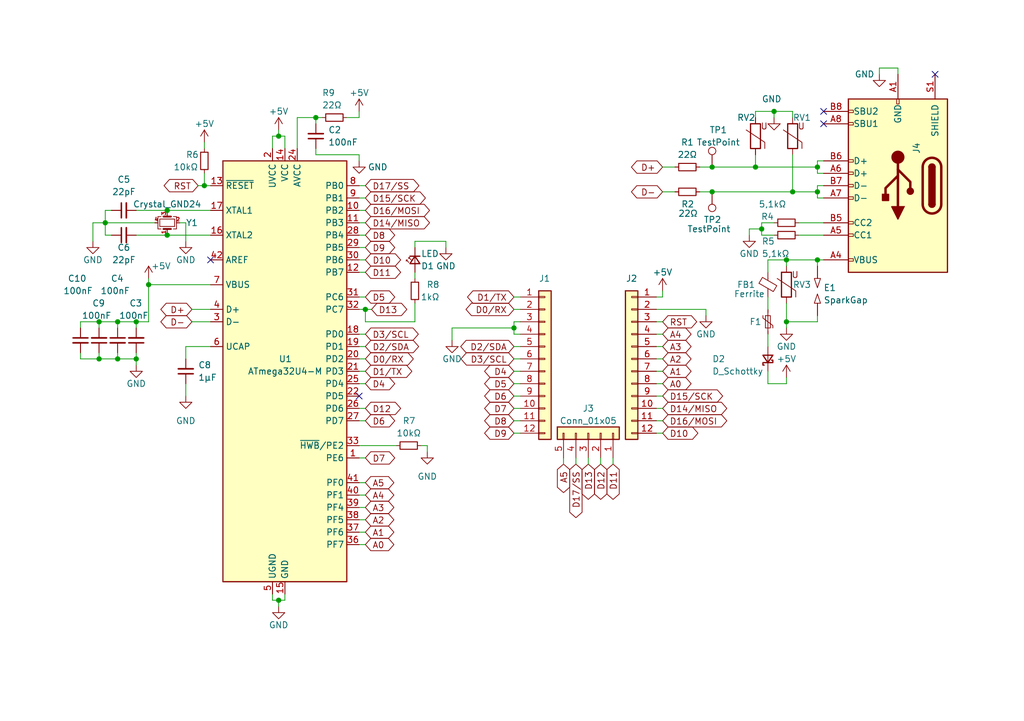
<source format=kicad_sch>
(kicad_sch (version 20230121) (generator eeschema)
  (paper "A5")
  (title_block (title "\"Epi\"") (date "2023-01-02") (rev "1,2,0") (company "Rasmus L."))
  (lib_symbols
    (symbol "Connector:TestPoint" (pin_numbers hide) (pin_names (offset 0.762) hide)
      (property "Reference" "TP" (at 0 6.858 0))
      (property "Value" "TestPoint" (at 0 5.08 0))
      (symbol "TestPoint_0_1"
        (circle (center 0 3.302) (radius 0.762))
      )
      (symbol "TestPoint_1_1"
        (pin passive line (at 0 0 90) (length 2.54) (name "1") (number "1"))
      )
    )
    (symbol "Connector:USB_C_Receptacle_USB2.0" (pin_names (offset 1.016))
      (property "Reference" "J" (at -10.16 19.05 0))
      (property "Value" "USB_C_Receptacle_USB2.0" (at 19.05 19.05 0))
      (symbol "USB_C_Receptacle_USB2.0_0_0"
        (rectangle (start -0.254 -17.78) (end 0.254 -16.764))
        (rectangle (start 10.16 -14.986) (end 9.144 -15.494))
        (rectangle (start 10.16 -12.446) (end 9.144 -12.954))
        (rectangle (start 10.16 -4.826) (end 9.144 -5.334))
        (rectangle (start 10.16 -2.286) (end 9.144 -2.794))
        (rectangle (start 10.16 0.254) (end 9.144 -0.254))
        (rectangle (start 10.16 2.794) (end 9.144 2.286))
        (rectangle (start 10.16 7.874) (end 9.144 7.366))
        (rectangle (start 10.16 10.414) (end 9.144 9.906))
        (rectangle (start 10.16 15.494) (end 9.144 14.986))
      )
      (symbol "USB_C_Receptacle_USB2.0_0_1"
        (rectangle (start -10.16 17.78) (end 10.16 -17.78) (stroke (width 0.254)) (fill (type background)))
        (arc (start -8.89 -3.81) (mid -6.985 -5.7067) (end -5.08 -3.81) (stroke (width 0.508)))
        (arc (start -7.62 -3.81) (mid -6.985 -4.4423) (end -6.35 -3.81) (stroke (width 0.254)))
        (arc (start -7.62 -3.81) (mid -6.985 -4.4423) (end -6.35 -3.81) (stroke (width 0.254)) (fill (type outline)))
        (rectangle (start -7.62 -3.81) (end -6.35 3.81) (stroke (width 0.254)) (fill (type outline)))
        (arc (start -6.35 3.81) (mid -6.985 4.4423) (end -7.62 3.81) (stroke (width 0.254)))
        (arc (start -6.35 3.81) (mid -6.985 4.4423) (end -7.62 3.81) (stroke (width 0.254)) (fill (type outline)))
        (arc (start -5.08 3.81) (mid -6.985 5.7067) (end -8.89 3.81) (stroke (width 0.508)))
        (circle (center -2.54 1.143) (radius 0.635) (stroke (width 0.254)) (fill (type outline)))
        (circle (center 0 -5.842) (radius 1.27) (fill (type outline)))
        (polyline (pts (xy -8.89 -3.81) (xy -8.89 3.81)) (stroke (width 0.508)))
        (polyline (pts (xy -5.08 3.81) (xy -5.08 -3.81)) (stroke (width 0.508)))
        (polyline (pts (xy 0 -5.842) (xy 0 4.318)) (stroke (width 0.508)))
        (polyline (pts (xy 0 -3.302) (xy -2.54 -0.762) (xy -2.54 0.508)) (stroke (width 0.508)))
        (polyline (pts (xy 0 -2.032) (xy 2.54 0.508) (xy 2.54 1.778)) (stroke (width 0.508)))
        (polyline (pts (xy -1.27 4.318) (xy 0 6.858) (xy 1.27 4.318) (xy -1.27 4.318)) (stroke (width 0.254)) (fill (type outline)))
        (rectangle (start 1.905 1.778) (end 3.175 3.048) (stroke (width 0.254)) (fill (type outline)))
      )
      (symbol "USB_C_Receptacle_USB2.0_1_1"
        (pin passive line (at 0 -22.86 90) (length 5.08) (name "GND") (number "A1"))
        (pin passive line (at 0 -22.86 90) (length 5.08) hide (name "GND") (number "A12"))
        (pin passive line (at 15.24 15.24 180) (length 5.08) (name "VBUS") (number "A4"))
        (pin bidirectional line (at 15.24 10.16 180) (length 5.08) (name "CC1") (number "A5"))
        (pin bidirectional line (at 15.24 -2.54 180) (length 5.08) (name "D+") (number "A6"))
        (pin bidirectional line (at 15.24 2.54 180) (length 5.08) (name "D-") (number "A7"))
        (pin bidirectional line (at 15.24 -12.7 180) (length 5.08) (name "SBU1") (number "A8"))
        (pin passive line (at 15.24 15.24 180) (length 5.08) hide (name "VBUS") (number "A9"))
        (pin passive line (at 0 -22.86 90) (length 5.08) hide (name "GND") (number "B1"))
        (pin passive line (at 0 -22.86 90) (length 5.08) hide (name "GND") (number "B12"))
        (pin passive line (at 15.24 15.24 180) (length 5.08) hide (name "VBUS") (number "B4"))
        (pin bidirectional line (at 15.24 7.62 180) (length 5.08) (name "CC2") (number "B5"))
        (pin bidirectional line (at 15.24 -5.08 180) (length 5.08) (name "D+") (number "B6"))
        (pin bidirectional line (at 15.24 0 180) (length 5.08) (name "D-") (number "B7"))
        (pin bidirectional line (at 15.24 -15.24 180) (length 5.08) (name "SBU2") (number "B8"))
        (pin passive line (at 15.24 15.24 180) (length 5.08) hide (name "VBUS") (number "B9"))
        (pin passive line (at -7.62 -22.86 90) (length 5.08) (name "SHIELD") (number "S1"))
      )
    )
    (symbol "Connector_Generic:Conn_01x05" (pin_names (offset 1.016) hide)
      (property "Reference" "J" (at 0 7.62 0))
      (property "Value" "Conn_01x05" (at 0 -7.62 0))
      (symbol "Conn_01x05_1_1"
        (rectangle (start -1.27 -4.953) (end 0 -5.207) (stroke (width 0.1524)))
        (rectangle (start -1.27 -2.413) (end 0 -2.667) (stroke (width 0.1524)))
        (rectangle (start -1.27 0.127) (end 0 -0.127) (stroke (width 0.1524)))
        (rectangle (start -1.27 2.667) (end 0 2.413) (stroke (width 0.1524)))
        (rectangle (start -1.27 5.207) (end 0 4.953) (stroke (width 0.1524)))
        (rectangle (start -1.27 6.35) (end 1.27 -6.35) (stroke (width 0.254)) (fill (type background)))
        (pin passive line (at -5.08 5.08 0) (length 3.81) (name "Pin_1") (number "1"))
        (pin passive line (at -5.08 2.54 0) (length 3.81) (name "Pin_2") (number "2"))
        (pin passive line (at -5.08 0 0) (length 3.81) (name "Pin_3") (number "3"))
        (pin passive line (at -5.08 -2.54 0) (length 3.81) (name "Pin_4") (number "4"))
        (pin passive line (at -5.08 -5.08 0) (length 3.81) (name "Pin_5") (number "5"))
      )
    )
    (symbol "Connector_Generic:Conn_01x12" (pin_names (offset 1.016) hide)
      (property "Reference" "J" (at 0 15.24 0))
      (property "Value" "Conn_01x12" (at 0 -17.78 0))
      (symbol "Conn_01x12_1_1"
        (rectangle (start -1.27 -15.113) (end 0 -15.367) (stroke (width 0.1524)))
        (rectangle (start -1.27 -12.573) (end 0 -12.827) (stroke (width 0.1524)))
        (rectangle (start -1.27 -10.033) (end 0 -10.287) (stroke (width 0.1524)))
        (rectangle (start -1.27 -7.493) (end 0 -7.747) (stroke (width 0.1524)))
        (rectangle (start -1.27 -4.953) (end 0 -5.207) (stroke (width 0.1524)))
        (rectangle (start -1.27 -2.413) (end 0 -2.667) (stroke (width 0.1524)))
        (rectangle (start -1.27 0.127) (end 0 -0.127) (stroke (width 0.1524)))
        (rectangle (start -1.27 2.667) (end 0 2.413) (stroke (width 0.1524)))
        (rectangle (start -1.27 5.207) (end 0 4.953) (stroke (width 0.1524)))
        (rectangle (start -1.27 7.747) (end 0 7.493) (stroke (width 0.1524)))
        (rectangle (start -1.27 10.287) (end 0 10.033) (stroke (width 0.1524)))
        (rectangle (start -1.27 12.827) (end 0 12.573) (stroke (width 0.1524)))
        (rectangle (start -1.27 13.97) (end 1.27 -16.51) (stroke (width 0.254)) (fill (type background)))
        (pin passive line (at -5.08 12.7 0) (length 3.81) (name "Pin_1") (number "1"))
        (pin passive line (at -5.08 -10.16 0) (length 3.81) (name "Pin_10") (number "10"))
        (pin passive line (at -5.08 -12.7 0) (length 3.81) (name "Pin_11") (number "11"))
        (pin passive line (at -5.08 -15.24 0) (length 3.81) (name "Pin_12") (number "12"))
        (pin passive line (at -5.08 10.16 0) (length 3.81) (name "Pin_2") (number "2"))
        (pin passive line (at -5.08 7.62 0) (length 3.81) (name "Pin_3") (number "3"))
        (pin passive line (at -5.08 5.08 0) (length 3.81) (name "Pin_4") (number "4"))
        (pin passive line (at -5.08 2.54 0) (length 3.81) (name "Pin_5") (number "5"))
        (pin passive line (at -5.08 0 0) (length 3.81) (name "Pin_6") (number "6"))
        (pin passive line (at -5.08 -2.54 0) (length 3.81) (name "Pin_7") (number "7"))
        (pin passive line (at -5.08 -5.08 0) (length 3.81) (name "Pin_8") (number "8"))
        (pin passive line (at -5.08 -7.62 0) (length 3.81) (name "Pin_9") (number "9"))
      )
    )
    (symbol "Device:C_Small" (pin_numbers hide) (pin_names (offset 0.254) hide)
      (property "Reference" "C" (at 0.254 1.778 0))
      (property "Value" "C_Small" (at 0.254 -2.032 0))
      (symbol "C_Small_0_1"
        (polyline (pts (xy -1.524 -0.508) (xy 1.524 -0.508)) (stroke (width 0.3302)))
        (polyline (pts (xy -1.524 0.508) (xy 1.524 0.508)) (stroke (width 0.3048)))
      )
      (symbol "C_Small_1_1"
        (pin passive line (at 0 2.54 270) (length 2.032) (name "~") (number "1"))
        (pin passive line (at 0 -2.54 90) (length 2.032) (name "~") (number "2"))
      )
    )
    (symbol "Device:Crystal_GND24_Small" (pin_names (offset 1.016) hide)
      (property "Reference" "Y" (at 1.27 4.445 0))
      (property "Value" "Crystal_GND24_Small" (at 1.27 2.54 0))
      (symbol "Crystal_GND24_Small_0_1"
        (rectangle (start -0.762 -1.524) (end 0.762 1.524))
        (polyline (pts (xy -1.27 -0.762) (xy -1.27 0.762)) (stroke (width 0.381)))
        (polyline (pts (xy 1.27 -0.762) (xy 1.27 0.762)) (stroke (width 0.381)))
        (polyline (pts (xy -1.27 -1.27) (xy -1.27 -1.905) (xy 1.27 -1.905) (xy 1.27 -1.27)))
        (polyline (pts (xy -1.27 1.27) (xy -1.27 1.905) (xy 1.27 1.905) (xy 1.27 1.27)))
      )
      (symbol "Crystal_GND24_Small_1_1"
        (pin passive line (at -2.54 0 0) (length 1.27) (name "1") (number "1"))
        (pin passive line (at 0 -2.54 90) (length 0.635) (name "2") (number "2"))
        (pin passive line (at 2.54 0 180) (length 1.27) (name "3") (number "3"))
        (pin passive line (at 0 2.54 270) (length 0.635) (name "4") (number "4"))
      )
    )
    (symbol "Device:D_Schottky_Small" (pin_numbers hide) (pin_names (offset 0.254) hide)
      (property "Reference" "D" (at -1.27 2.032 0))
      (property "Value" "D_Schottky_Small" (at -7.112 -2.032 0))
      (symbol "D_Schottky_Small_0_1"
        (polyline (pts (xy -0.762 0) (xy 0.762 0)))
        (polyline (pts (xy 0.762 -1.016) (xy -0.762 0) (xy 0.762 1.016) (xy 0.762 -1.016)) (stroke (width 0.254)))
        (polyline (pts (xy -1.27 0.762) (xy -1.27 1.016) (xy -0.762 1.016) (xy -0.762 -1.016) (xy -0.254 -1.016) (xy -0.254 -0.762)) (stroke (width 0.254)))
      )
      (symbol "D_Schottky_Small_1_1"
        (pin passive line (at -2.54 0 0) (length 1.778) (name "K") (number "1"))
        (pin passive line (at 2.54 0 180) (length 1.778) (name "A") (number "2"))
      )
    )
    (symbol "Device:FerriteBead_Small" (pin_numbers hide) (pin_names (offset 0))
      (property "Reference" "FB" (at 1.905 1.27 0))
      (property "Value" "FerriteBead_Small" (at 1.905 -1.27 0))
      (symbol "FerriteBead_Small_0_1"
        (polyline (pts (xy 0 -1.27) (xy 0 -0.7874)))
        (polyline (pts (xy 0 0.889) (xy 0 1.2954)))
        (polyline (pts (xy -1.8288 0.2794) (xy -1.1176 1.4986) (xy 1.8288 -0.2032) (xy 1.1176 -1.4224) (xy -1.8288 0.2794)))
      )
      (symbol "FerriteBead_Small_1_1"
        (pin passive line (at 0 2.54 270) (length 1.27) (name "~") (number "1"))
        (pin passive line (at 0 -2.54 90) (length 1.27) (name "~") (number "2"))
      )
    )
    (symbol "Device:LED_Small" (pin_numbers hide) (pin_names (offset 0.254) hide)
      (property "Reference" "D" (at -1.27 3.175 0))
      (property "Value" "LED_Small" (at -4.445 -2.54 0))
      (symbol "LED_Small_0_1"
        (polyline (pts (xy -0.762 -1.016) (xy -0.762 1.016)) (stroke (width 0.254)))
        (polyline (pts (xy 1.016 0) (xy -0.762 0)))
        (polyline (pts (xy 0.762 -1.016) (xy -0.762 0) (xy 0.762 1.016) (xy 0.762 -1.016)) (stroke (width 0.254)))
        (polyline (pts (xy 0 0.762) (xy -0.508 1.27) (xy -0.254 1.27) (xy -0.508 1.27) (xy -0.508 1.016)))
        (polyline (pts (xy 0.508 1.27) (xy 0 1.778) (xy 0.254 1.778) (xy 0 1.778) (xy 0 1.524)))
      )
      (symbol "LED_Small_1_1"
        (pin passive line (at -2.54 0 0) (length 1.778) (name "K") (number "1"))
        (pin passive line (at 2.54 0 180) (length 1.778) (name "A") (number "2"))
      )
    )
    (symbol "Device:Polyfuse_Small" (pin_numbers hide) (pin_names (offset 0))
      (property "Reference" "F" (at -1.905 0 90))
      (property "Value" "Polyfuse_Small" (at 1.905 0 90))
      (symbol "Polyfuse_Small_0_1"
        (rectangle (start -0.508 1.27) (end 0.508 -1.27))
        (polyline (pts (xy 0 2.54) (xy 0 -2.54)))
        (polyline (pts (xy -1.016 1.27) (xy -1.016 0.762) (xy 1.016 -0.762) (xy 1.016 -1.27)))
      )
      (symbol "Polyfuse_Small_1_1"
        (pin passive line (at 0 2.54 270) (length 0.635) (name "~") (number "1"))
        (pin passive line (at 0 -2.54 90) (length 0.635) (name "~") (number "2"))
      )
    )
    (symbol "Device:R_Small" (pin_numbers hide) (pin_names (offset 0.254) hide)
      (property "Reference" "R" (at 0.762 0.508 0))
      (property "Value" "R_Small" (at 0.762 -1.016 0))
      (symbol "R_Small_0_1"
        (rectangle (start -0.762 1.778) (end 0.762 -1.778) (stroke (width 0.2032)))
      )
      (symbol "R_Small_1_1"
        (pin passive line (at 0 2.54 270) (length 0.762) (name "~") (number "1"))
        (pin passive line (at 0 -2.54 90) (length 0.762) (name "~") (number "2"))
      )
    )
    (symbol "Device:SparkGap" (pin_numbers hide) (pin_names (offset 0))
      (property "Reference" "E" (at 0 2.032 0))
      (property "Value" "SparkGap" (at 0 -1.905 0))
      (symbol "SparkGap_0_1"
        (polyline (pts (xy -2.54 0.635) (xy -2.54 -0.635) (xy -0.635 0) (xy -2.54 0.635)))
        (polyline (pts (xy 2.54 0.635) (xy 2.54 -0.635) (xy 0.635 0) (xy 2.54 0.635)))
      )
      (symbol "SparkGap_1_1"
        (pin passive line (at -5.08 0 0) (length 2.54) (name "~") (number "1"))
        (pin passive line (at 5.08 0 180) (length 2.54) (name "~") (number "2"))
      )
    )
    (symbol "Device:Varistor" (pin_numbers hide) (pin_names (offset 0))
      (property "Reference" "RV" (at 3.175 0 90))
      (property "Value" "Varistor" (at -3.175 0 90))
      (symbol "Varistor_0_0"
        (text "U" (at -1.778 -2.032 0) (effects (font (size 1.27 1.27))))
      )
      (symbol "Varistor_0_1"
        (rectangle (start -1.016 -2.54) (end 1.016 2.54) (stroke (width 0.254)))
        (polyline (pts (xy -1.905 2.54) (xy -1.905 1.27) (xy 1.905 -1.27)))
      )
      (symbol "Varistor_1_1"
        (pin passive line (at 0 3.81 270) (length 1.27) (name "~") (number "1"))
        (pin passive line (at 0 -3.81 90) (length 1.27) (name "~") (number "2"))
      )
    )
    (symbol "MCU_Microchip_ATmega:ATmega32U4-M"
      (property "Reference" "U" (at -12.7 44.45 0))
      (property "Value" "ATmega32U4-M" (at 2.54 -44.45 0))
      (symbol "ATmega32U4-M_0_1"
        (rectangle (start -12.7 -43.18) (end 12.7 43.18) (stroke (width 0.254)) (fill (type background)))
      )
      (symbol "ATmega32U4-M_1_1"
        (pin bidirectional line (at 15.24 -17.78 180) (length 2.54) (name "PE6") (number "1"))
        (pin bidirectional line (at 15.24 33.02 180) (length 2.54) (name "PB2") (number "10"))
        (pin bidirectional line (at 15.24 30.48 180) (length 2.54) (name "PB3") (number "11"))
        (pin bidirectional line (at 15.24 20.32 180) (length 2.54) (name "PB7") (number "12"))
        (pin input line (at -15.24 38.1 0) (length 2.54) (name "~{RESET}") (number "13"))
        (pin power_in line (at 0 45.72 270) (length 2.54) (name "VCC") (number "14"))
        (pin power_in line (at 0 -45.72 90) (length 2.54) (name "GND") (number "15"))
        (pin output line (at -15.24 27.94 0) (length 2.54) (name "XTAL2") (number "16"))
        (pin input line (at -15.24 33.02 0) (length 2.54) (name "XTAL1") (number "17"))
        (pin bidirectional line (at 15.24 7.62 180) (length 2.54) (name "PD0") (number "18"))
        (pin bidirectional line (at 15.24 5.08 180) (length 2.54) (name "PD1") (number "19"))
        (pin power_in line (at -2.54 45.72 270) (length 2.54) (name "UVCC") (number "2"))
        (pin bidirectional line (at 15.24 2.54 180) (length 2.54) (name "PD2") (number "20"))
        (pin bidirectional line (at 15.24 0 180) (length 2.54) (name "PD3") (number "21"))
        (pin bidirectional line (at 15.24 -5.08 180) (length 2.54) (name "PD5") (number "22"))
        (pin passive line (at 0 -45.72 90) (length 2.54) hide (name "GND") (number "23"))
        (pin power_in line (at 2.54 45.72 270) (length 2.54) (name "AVCC") (number "24"))
        (pin bidirectional line (at 15.24 -2.54 180) (length 2.54) (name "PD4") (number "25"))
        (pin bidirectional line (at 15.24 -7.62 180) (length 2.54) (name "PD6") (number "26"))
        (pin bidirectional line (at 15.24 -10.16 180) (length 2.54) (name "PD7") (number "27"))
        (pin bidirectional line (at 15.24 27.94 180) (length 2.54) (name "PB4") (number "28"))
        (pin bidirectional line (at 15.24 25.4 180) (length 2.54) (name "PB5") (number "29"))
        (pin bidirectional line (at -15.24 10.16 0) (length 2.54) (name "D-") (number "3"))
        (pin bidirectional line (at 15.24 22.86 180) (length 2.54) (name "PB6") (number "30"))
        (pin bidirectional line (at 15.24 15.24 180) (length 2.54) (name "PC6") (number "31"))
        (pin bidirectional line (at 15.24 12.7 180) (length 2.54) (name "PC7") (number "32"))
        (pin bidirectional line (at 15.24 -15.24 180) (length 2.54) (name "~{HWB}/PE2") (number "33"))
        (pin passive line (at 0 45.72 270) (length 2.54) hide (name "VCC") (number "34"))
        (pin passive line (at 0 -45.72 90) (length 2.54) hide (name "GND") (number "35"))
        (pin bidirectional line (at 15.24 -35.56 180) (length 2.54) (name "PF7") (number "36"))
        (pin bidirectional line (at 15.24 -33.02 180) (length 2.54) (name "PF6") (number "37"))
        (pin bidirectional line (at 15.24 -30.48 180) (length 2.54) (name "PF5") (number "38"))
        (pin bidirectional line (at 15.24 -27.94 180) (length 2.54) (name "PF4") (number "39"))
        (pin bidirectional line (at -15.24 12.7 0) (length 2.54) (name "D+") (number "4"))
        (pin bidirectional line (at 15.24 -25.4 180) (length 2.54) (name "PF1") (number "40"))
        (pin bidirectional line (at 15.24 -22.86 180) (length 2.54) (name "PF0") (number "41"))
        (pin passive line (at -15.24 22.86 0) (length 2.54) (name "AREF") (number "42"))
        (pin passive line (at 0 -45.72 90) (length 2.54) hide (name "GND") (number "43"))
        (pin passive line (at 2.54 45.72 270) (length 2.54) hide (name "AVCC") (number "44"))
        (pin passive line (at 0 -45.72 90) (length 2.54) hide (name "GND") (number "45"))
        (pin passive line (at -2.54 -45.72 90) (length 2.54) (name "UGND") (number "5"))
        (pin passive line (at -15.24 5.08 0) (length 2.54) (name "UCAP") (number "6"))
        (pin input line (at -15.24 17.78 0) (length 2.54) (name "VBUS") (number "7"))
        (pin bidirectional line (at 15.24 38.1 180) (length 2.54) (name "PB0") (number "8"))
        (pin bidirectional line (at 15.24 35.56 180) (length 2.54) (name "PB1") (number "9"))
      )
    )
    (symbol "power:+5V" (power) (pin_names (offset 0))
      (property "Value" "+5V" (at 0 3.556 0))
      (symbol "+5V_0_1"
        (polyline (pts (xy -0.762 1.27) (xy 0 2.54)))
        (polyline (pts (xy 0 0) (xy 0 2.54)))
        (polyline (pts (xy 0 2.54) (xy 0.762 1.27)))
      )
      (symbol "+5V_1_1"
        (pin power_in line (at 0 0 90) (length 0) hide (name "+5V") (number "1"))
      )
    )
    (symbol "power:GND" (power) (pin_names (offset 0))
      (property "Value" "GND" (at 0 -3.81 0))
      (symbol "GND_0_1"
        (polyline (pts (xy 0 0) (xy 0 -1.27) (xy 1.27 -1.27) (xy 0 -2.54) (xy -1.27 -1.27) (xy 0 -1.27)))
      )
      (symbol "GND_1_1"
        (pin power_in line (at 0 0 270) (length 0) hide (name "GND") (number "1"))
      )
    )
  )
  (junction (at 146.05 34.29))
  (junction (at 161.29 53.34))
  (junction (at 146.05 39.37))
  (junction (at 167.64 53.34))
  (junction (at 24.13 66.04))
  (junction (at 41.91 38.1))
  (junction (at 158.75 22.86))
  (junction (at 20.32 73.66))
  (junction (at 161.29 66.04))
  (junction (at 154.94 34.29))
  (junction (at 57.15 123.19))
  (junction (at 30.48 58.42))
  (junction (at 167.64 34.29))
  (junction (at 167.64 39.37))
  (junction (at 24.13 73.66))
  (junction (at 57.15 27.94))
  (junction (at 156.21 46.99))
  (junction (at 34.29 48.26))
  (junction (at 105.41 67.31))
  (junction (at 20.32 66.04))
  (junction (at 27.94 66.04))
  (junction (at 74.93 63.5))
  (junction (at 34.29 43.18))
  (junction (at 27.94 73.66))
  (junction (at 162.56 39.37))
  (junction (at 64.77 24.13))
  (junction (at 21.59 45.72))
  (no_connect (at 168.91 22.86))
  (no_connect (at 73.66 81.28))
  (no_connect (at 191.77 15.24))
  (no_connect (at 43.18 53.34))
  (no_connect (at 168.91 25.4))
  (wire (pts (xy 158.75 45.72) (xy 156.21 45.72)))
  (wire (pts (xy 39.37 63.5) (xy 43.18 63.5)))
  (wire (pts (xy 24.13 67.31) (xy 24.13 66.04)))
  (wire (pts (xy 157.48 76.2) (xy 157.48 78.74)))
  (wire (pts (xy 105.41 66.04) (xy 106.68 66.04)))
  (wire (pts (xy 87.63 91.44) (xy 86.36 91.44)))
  (wire (pts (xy 157.48 68.58) (xy 157.48 71.12)))
  (wire (pts (xy 30.48 58.42) (xy 30.48 66.04)))
  (wire (pts (xy 21.59 45.72) (xy 21.59 48.26)))
  (wire (pts (xy 105.41 63.5) (xy 106.68 63.5)))
  (wire (pts (xy 161.29 66.04) (xy 161.29 67.31)))
  (wire (pts (xy 73.66 50.8) (xy 74.93 50.8)))
  (wire (pts (xy 73.66 40.64) (xy 74.93 40.64)))
  (wire (pts (xy 21.59 45.72) (xy 31.75 45.72)))
  (wire (pts (xy 73.66 71.12) (xy 74.93 71.12)))
  (wire (pts (xy 85.09 66.04) (xy 74.93 66.04)))
  (wire (pts (xy 135.89 60.96) (xy 135.89 59.69)))
  (wire (pts (xy 34.29 43.18) (xy 43.18 43.18)))
  (wire (pts (xy 87.63 92.71) (xy 87.63 91.44)))
  (wire (pts (xy 60.96 24.13) (xy 60.96 30.48)))
  (wire (pts (xy 38.1 78.74) (xy 38.1 81.28)))
  (wire (pts (xy 105.41 88.9) (xy 106.68 88.9)))
  (wire (pts (xy 73.66 76.2) (xy 74.93 76.2)))
  (wire (pts (xy 60.96 24.13) (xy 64.77 24.13)))
  (wire (pts (xy 105.41 68.58) (xy 106.68 68.58)))
  (wire (pts (xy 16.51 73.66) (xy 20.32 73.66)))
  (wire (pts (xy 57.15 27.94) (xy 58.42 27.94)))
  (wire (pts (xy 73.66 55.88) (xy 74.93 55.88)))
  (wire (pts (xy 157.48 53.34) (xy 161.29 53.34)))
  (wire (pts (xy 57.15 123.19) (xy 57.15 124.46)))
  (wire (pts (xy 27.94 73.66) (xy 27.94 72.39)))
  (wire (pts (xy 105.41 81.28) (xy 106.68 81.28)))
  (wire (pts (xy 85.09 62.23) (xy 85.09 66.04)))
  (wire (pts (xy 73.66 91.44) (xy 81.28 91.44)))
  (wire (pts (xy 73.66 31.75) (xy 64.77 31.75)))
  (wire (pts (xy 38.1 71.12) (xy 43.18 71.12)))
  (wire (pts (xy 57.15 123.19) (xy 58.42 123.19)))
  (wire (pts (xy 55.88 30.48) (xy 55.88 27.94)))
  (wire (pts (xy 134.62 86.36) (xy 135.89 86.36)))
  (wire (pts (xy 105.41 66.04) (xy 105.41 67.31)))
  (wire (pts (xy 20.32 72.39) (xy 20.32 73.66)))
  (wire (pts (xy 41.91 29.21) (xy 41.91 30.48)))
  (wire (pts (xy 73.66 106.68) (xy 74.93 106.68)))
  (wire (pts (xy 156.21 45.72) (xy 156.21 46.99)))
  (wire (pts (xy 73.66 60.96) (xy 74.93 60.96)))
  (wire (pts (xy 167.64 39.37) (xy 162.56 39.37)))
  (wire (pts (xy 161.29 78.74) (xy 157.48 78.74)))
  (wire (pts (xy 123.19 93.98) (xy 123.19 95.25)))
  (wire (pts (xy 153.67 46.99) (xy 156.21 46.99)))
  (wire (pts (xy 21.59 48.26) (xy 22.86 48.26)))
  (wire (pts (xy 161.29 53.34) (xy 167.64 53.34)))
  (wire (pts (xy 134.62 63.5) (xy 144.78 63.5)))
  (wire (pts (xy 73.66 24.13) (xy 71.12 24.13)))
  (wire (pts (xy 115.57 93.98) (xy 115.57 95.25)))
  (wire (pts (xy 73.66 33.02) (xy 73.66 31.75)))
  (wire (pts (xy 73.66 101.6) (xy 74.93 101.6)))
  (wire (pts (xy 73.66 86.36) (xy 74.93 86.36)))
  (wire (pts (xy 27.94 73.66) (xy 27.94 74.93)))
  (wire (pts (xy 105.41 78.74) (xy 106.68 78.74)))
  (wire (pts (xy 24.13 72.39) (xy 24.13 73.66)))
  (wire (pts (xy 55.88 27.94) (xy 57.15 27.94)))
  (wire (pts (xy 30.48 58.42) (xy 43.18 58.42)))
  (wire (pts (xy 21.59 43.18) (xy 21.59 45.72)))
  (wire (pts (xy 134.62 66.04) (xy 135.89 66.04)))
  (wire (pts (xy 153.67 48.26) (xy 153.67 46.99)))
  (wire (pts (xy 146.05 34.29) (xy 143.51 34.29)))
  (wire (pts (xy 73.66 38.1) (xy 74.93 38.1)))
  (wire (pts (xy 167.64 64.77) (xy 167.64 66.04)))
  (wire (pts (xy 161.29 66.04) (xy 167.64 66.04)))
  (wire (pts (xy 134.62 76.2) (xy 135.89 76.2)))
  (wire (pts (xy 167.64 35.56) (xy 168.91 35.56)))
  (wire (pts (xy 73.66 104.14) (xy 74.93 104.14)))
  (wire (pts (xy 73.66 109.22) (xy 74.93 109.22)))
  (wire (pts (xy 27.94 43.18) (xy 34.29 43.18)))
  (wire (pts (xy 168.91 45.72) (xy 163.83 45.72)))
  (wire (pts (xy 146.05 39.37) (xy 162.56 39.37)))
  (wire (pts (xy 167.64 38.1) (xy 168.91 38.1)))
  (wire (pts (xy 144.78 63.5) (xy 144.78 64.77)))
  (wire (pts (xy 167.64 33.02) (xy 168.91 33.02)))
  (wire (pts (xy 180.34 15.24) (xy 180.34 13.97)))
  (wire (pts (xy 162.56 22.86) (xy 162.56 24.13)))
  (wire (pts (xy 41.91 35.56) (xy 41.91 38.1)))
  (wire (pts (xy 92.71 67.31) (xy 105.41 67.31)))
  (wire (pts (xy 154.94 31.75) (xy 154.94 34.29)))
  (wire (pts (xy 134.62 73.66) (xy 135.89 73.66)))
  (wire (pts (xy 167.64 34.29) (xy 167.64 35.56)))
  (wire (pts (xy 74.93 63.5) (xy 76.2 63.5)))
  (wire (pts (xy 19.05 49.53) (xy 19.05 45.72)))
  (wire (pts (xy 157.48 60.96) (xy 157.48 63.5)))
  (wire (pts (xy 74.93 66.04) (xy 74.93 63.5)))
  (wire (pts (xy 105.41 67.31) (xy 105.41 68.58)))
  (wire (pts (xy 85.09 55.88) (xy 85.09 57.15)))
  (wire (pts (xy 167.64 38.1) (xy 167.64 39.37)))
  (wire (pts (xy 64.77 31.75) (xy 64.77 30.48)))
  (wire (pts (xy 138.43 34.29) (xy 135.89 34.29)))
  (wire (pts (xy 105.41 86.36) (xy 106.68 86.36)))
  (wire (pts (xy 38.1 45.72) (xy 38.1 49.53)))
  (wire (pts (xy 146.05 39.37) (xy 143.51 39.37)))
  (wire (pts (xy 24.13 73.66) (xy 27.94 73.66)))
  (wire (pts (xy 16.51 66.04) (xy 20.32 66.04)))
  (wire (pts (xy 154.94 22.86) (xy 158.75 22.86)))
  (wire (pts (xy 73.66 83.82) (xy 74.93 83.82)))
  (wire (pts (xy 125.73 93.98) (xy 125.73 95.25)))
  (wire (pts (xy 92.71 69.85) (xy 92.71 67.31)))
  (wire (pts (xy 156.21 46.99) (xy 156.21 48.26)))
  (wire (pts (xy 161.29 62.23) (xy 161.29 66.04)))
  (wire (pts (xy 30.48 66.04) (xy 27.94 66.04)))
  (wire (pts (xy 120.65 93.98) (xy 120.65 95.25)))
  (wire (pts (xy 105.41 83.82) (xy 106.68 83.82)))
  (wire (pts (xy 64.77 24.13) (xy 66.04 24.13)))
  (wire (pts (xy 158.75 48.26) (xy 156.21 48.26)))
  (wire (pts (xy 134.62 81.28) (xy 135.89 81.28)))
  (wire (pts (xy 40.64 38.1) (xy 41.91 38.1)))
  (wire (pts (xy 91.44 49.53) (xy 91.44 50.8)))
  (wire (pts (xy 161.29 53.34) (xy 161.29 54.61)))
  (wire (pts (xy 73.66 53.34) (xy 74.93 53.34)))
  (wire (pts (xy 85.09 50.8) (xy 85.09 49.53)))
  (wire (pts (xy 73.66 73.66) (xy 74.93 73.66)))
  (wire (pts (xy 105.41 71.12) (xy 106.68 71.12)))
  (wire (pts (xy 138.43 39.37) (xy 135.89 39.37)))
  (wire (pts (xy 105.41 76.2) (xy 106.68 76.2)))
  (wire (pts (xy 167.64 53.34) (xy 167.64 54.61)))
  (wire (pts (xy 154.94 24.13) (xy 154.94 22.86)))
  (wire (pts (xy 74.93 63.5) (xy 73.66 63.5)))
  (wire (pts (xy 105.41 73.66) (xy 106.68 73.66)))
  (wire (pts (xy 39.37 66.04) (xy 43.18 66.04)))
  (wire (pts (xy 57.15 26.67) (xy 57.15 27.94)))
  (wire (pts (xy 34.29 48.26) (xy 43.18 48.26)))
  (wire (pts (xy 167.64 39.37) (xy 167.64 40.64)))
  (wire (pts (xy 19.05 45.72) (xy 21.59 45.72)))
  (wire (pts (xy 73.66 99.06) (xy 74.93 99.06)))
  (wire (pts (xy 30.48 57.15) (xy 30.48 58.42)))
  (wire (pts (xy 167.64 34.29) (xy 167.64 33.02)))
  (wire (pts (xy 73.66 68.58) (xy 74.93 68.58)))
  (wire (pts (xy 73.66 48.26) (xy 74.93 48.26)))
  (wire (pts (xy 16.51 72.39) (xy 16.51 73.66)))
  (wire (pts (xy 167.64 40.64) (xy 168.91 40.64)))
  (wire (pts (xy 55.88 123.19) (xy 55.88 121.92)))
  (wire (pts (xy 36.83 45.72) (xy 38.1 45.72)))
  (wire (pts (xy 134.62 88.9) (xy 135.89 88.9)))
  (wire (pts (xy 24.13 66.04) (xy 27.94 66.04)))
  (wire (pts (xy 157.48 53.34) (xy 157.48 55.88)))
  (wire (pts (xy 168.91 48.26) (xy 163.83 48.26)))
  (wire (pts (xy 64.77 24.13) (xy 64.77 25.4)))
  (wire (pts (xy 73.66 111.76) (xy 74.93 111.76)))
  (wire (pts (xy 134.62 83.82) (xy 135.89 83.82)))
  (wire (pts (xy 118.11 93.98) (xy 118.11 95.25)))
  (wire (pts (xy 38.1 73.66) (xy 38.1 71.12)))
  (wire (pts (xy 41.91 38.1) (xy 43.18 38.1)))
  (wire (pts (xy 154.94 34.29) (xy 167.64 34.29)))
  (wire (pts (xy 167.64 53.34) (xy 168.91 53.34)))
  (wire (pts (xy 73.66 43.18) (xy 74.93 43.18)))
  (wire (pts (xy 73.66 78.74) (xy 74.93 78.74)))
  (wire (pts (xy 146.05 34.29) (xy 154.94 34.29)))
  (wire (pts (xy 73.66 22.86) (xy 73.66 24.13)))
  (wire (pts (xy 22.86 43.18) (xy 21.59 43.18)))
  (wire (pts (xy 27.94 48.26) (xy 34.29 48.26)))
  (wire (pts (xy 134.62 71.12) (xy 135.89 71.12)))
  (wire (pts (xy 158.75 22.86) (xy 158.75 24.13)))
  (wire (pts (xy 16.51 67.31) (xy 16.51 66.04)))
  (wire (pts (xy 162.56 31.75) (xy 162.56 39.37)))
  (wire (pts (xy 158.75 22.86) (xy 162.56 22.86)))
  (wire (pts (xy 27.94 66.04) (xy 27.94 67.31)))
  (wire (pts (xy 85.09 49.53) (xy 91.44 49.53)))
  (wire (pts (xy 134.62 68.58) (xy 135.89 68.58)))
  (wire (pts (xy 20.32 73.66) (xy 24.13 73.66)))
  (wire (pts (xy 134.62 78.74) (xy 135.89 78.74)))
  (wire (pts (xy 161.29 77.47) (xy 161.29 78.74)))
  (wire (pts (xy 180.34 13.97) (xy 184.15 13.97)))
  (wire (pts (xy 57.15 123.19) (xy 55.88 123.19)))
  (wire (pts (xy 134.62 60.96) (xy 135.89 60.96)))
  (wire (pts (xy 20.32 67.31) (xy 20.32 66.04)))
  (wire (pts (xy 184.15 13.97) (xy 184.15 15.24)))
  (wire (pts (xy 73.66 45.72) (xy 74.93 45.72)))
  (wire (pts (xy 73.66 93.98) (xy 74.93 93.98)))
  (wire (pts (xy 58.42 27.94) (xy 58.42 30.48)))
  (wire (pts (xy 20.32 66.04) (xy 24.13 66.04)))
  (wire (pts (xy 58.42 121.92) (xy 58.42 123.19)))
  (wire (pts (xy 105.41 60.96) (xy 106.68 60.96)))
  (global_label "D16{slash}MOSI" (shape bidirectional) (at 135.89 86.36 0) (property "Intersheetrefs" "${INTERSHEET_REFS}" (effects hide)))
  (global_label "A0" (shape bidirectional) (at 135.89 78.74 0) (property "Intersheetrefs" "${INTERSHEET_REFS}" (effects hide)))
  (global_label "RST" (shape bidirectional) (at 40.64 38.1 180) (property "Intersheetrefs" "${INTERSHEET_REFS}" (effects hide)))
  (global_label "D5" (shape bidirectional) (at 105.41 78.74 180) (property "Intersheetrefs" "${INTERSHEET_REFS}" (effects hide)))
  (global_label "D10" (shape bidirectional) (at 135.89 88.9 0) (property "Intersheetrefs" "${INTERSHEET_REFS}" (effects hide)))
  (global_label "D5" (shape bidirectional) (at 74.93 60.96 0) (property "Intersheetrefs" "${INTERSHEET_REFS}" (effects hide)))
  (global_label "D14{slash}MISO" (shape bidirectional) (at 74.93 45.72 0) (property "Intersheetrefs" "${INTERSHEET_REFS}" (effects hide)))
  (global_label "D4" (shape bidirectional) (at 74.93 78.74 0) (property "Intersheetrefs" "${INTERSHEET_REFS}" (effects hide)))
  (global_label "A5" (shape bidirectional) (at 115.57 95.25 270) (property "Intersheetrefs" "${INTERSHEET_REFS}" (effects hide)))
  (global_label "D15{slash}SCK" (shape bidirectional) (at 135.89 81.28 0) (property "Intersheetrefs" "${INTERSHEET_REFS}" (effects hide)))
  (global_label "D1{slash}TX" (shape bidirectional) (at 74.93 76.2 0) (property "Intersheetrefs" "${INTERSHEET_REFS}" (effects hide)))
  (global_label "D8" (shape bidirectional) (at 74.93 48.26 0) (property "Intersheetrefs" "${INTERSHEET_REFS}" (effects hide)))
  (global_label "D17{slash}SS" (shape bidirectional) (at 74.93 38.1 0) (property "Intersheetrefs" "${INTERSHEET_REFS}" (effects hide)))
  (global_label "D6" (shape bidirectional) (at 74.93 86.36 0) (property "Intersheetrefs" "${INTERSHEET_REFS}" (effects hide)))
  (global_label "D17{slash}SS" (shape bidirectional) (at 118.11 95.25 270) (property "Intersheetrefs" "${INTERSHEET_REFS}" (effects hide)))
  (global_label "D14{slash}MISO" (shape bidirectional) (at 135.89 83.82 0) (property "Intersheetrefs" "${INTERSHEET_REFS}" (effects hide)))
  (global_label "D16{slash}MOSI" (shape bidirectional) (at 74.93 43.18 0) (property "Intersheetrefs" "${INTERSHEET_REFS}" (effects hide)))
  (global_label "D6" (shape bidirectional) (at 105.41 81.28 180) (property "Intersheetrefs" "${INTERSHEET_REFS}" (effects hide)))
  (global_label "D-" (shape bidirectional) (at 39.37 66.04 180) (property "Intersheetrefs" "${INTERSHEET_REFS}" (effects hide)))
  (global_label "D12" (shape bidirectional) (at 123.19 95.25 270) (property "Intersheetrefs" "${INTERSHEET_REFS}" (effects hide)))
  (global_label "D7" (shape bidirectional) (at 105.41 83.82 180) (property "Intersheetrefs" "${INTERSHEET_REFS}" (effects hide)))
  (global_label "D1{slash}TX" (shape bidirectional) (at 105.41 60.96 180) (property "Intersheetrefs" "${INTERSHEET_REFS}" (effects hide)))
  (global_label "D7" (shape bidirectional) (at 74.93 93.98 0) (property "Intersheetrefs" "${INTERSHEET_REFS}" (effects hide)))
  (global_label "D2{slash}SDA" (shape bidirectional) (at 74.93 71.12 0) (property "Intersheetrefs" "${INTERSHEET_REFS}" (effects hide)))
  (global_label "A4" (shape bidirectional) (at 135.89 68.58 0) (property "Intersheetrefs" "${INTERSHEET_REFS}" (effects hide)))
  (global_label "A3" (shape bidirectional) (at 135.89 71.12 0) (property "Intersheetrefs" "${INTERSHEET_REFS}" (effects hide)))
  (global_label "D0{slash}RX" (shape bidirectional) (at 105.41 63.5 180) (property "Intersheetrefs" "${INTERSHEET_REFS}" (effects hide)))
  (global_label "A2" (shape bidirectional) (at 74.93 106.68 0) (property "Intersheetrefs" "${INTERSHEET_REFS}" (effects hide)))
  (global_label "D9" (shape bidirectional) (at 74.93 50.8 0) (property "Intersheetrefs" "${INTERSHEET_REFS}" (effects hide)))
  (global_label "D13" (shape bidirectional) (at 76.2 63.5 0) (property "Intersheetrefs" "${INTERSHEET_REFS}" (effects hide)))
  (global_label "D12" (shape bidirectional) (at 74.93 83.82 0) (property "Intersheetrefs" "${INTERSHEET_REFS}" (effects hide)))
  (global_label "D9" (shape bidirectional) (at 105.41 88.9 180) (property "Intersheetrefs" "${INTERSHEET_REFS}" (effects hide)))
  (global_label "D2{slash}SDA" (shape bidirectional) (at 105.41 71.12 180) (property "Intersheetrefs" "${INTERSHEET_REFS}" (effects hide)))
  (global_label "D4" (shape bidirectional) (at 105.41 76.2 180) (property "Intersheetrefs" "${INTERSHEET_REFS}" (effects hide)))
  (global_label "D11" (shape bidirectional) (at 74.93 55.88 0) (property "Intersheetrefs" "${INTERSHEET_REFS}" (effects hide)))
  (global_label "D3{slash}SCL" (shape bidirectional) (at 74.93 68.58 0) (property "Intersheetrefs" "${INTERSHEET_REFS}" (effects hide)))
  (global_label "A1" (shape bidirectional) (at 135.89 76.2 0) (property "Intersheetrefs" "${INTERSHEET_REFS}" (effects hide)))
  (global_label "A4" (shape bidirectional) (at 74.93 101.6 0) (property "Intersheetrefs" "${INTERSHEET_REFS}" (effects hide)))
  (global_label "D0{slash}RX" (shape bidirectional) (at 74.93 73.66 0) (property "Intersheetrefs" "${INTERSHEET_REFS}" (effects hide)))
  (global_label "D8" (shape bidirectional) (at 105.41 86.36 180) (property "Intersheetrefs" "${INTERSHEET_REFS}" (effects hide)))
  (global_label "D-" (shape bidirectional) (at 135.89 39.37 180) (property "Intersheetrefs" "${INTERSHEET_REFS}" (effects hide)))
  (global_label "RST" (shape bidirectional) (at 135.89 66.04 0) (property "Intersheetrefs" "${INTERSHEET_REFS}" (effects hide)))
  (global_label "A2" (shape bidirectional) (at 135.89 73.66 0) (property "Intersheetrefs" "${INTERSHEET_REFS}" (effects hide)))
  (global_label "A5" (shape bidirectional) (at 74.93 99.06 0) (property "Intersheetrefs" "${INTERSHEET_REFS}" (effects hide)))
  (global_label "D3{slash}SCL" (shape bidirectional) (at 105.41 73.66 180) (property "Intersheetrefs" "${INTERSHEET_REFS}" (effects hide)))
  (global_label "D+" (shape bidirectional) (at 135.89 34.29 180) (property "Intersheetrefs" "${INTERSHEET_REFS}" (effects hide)))
  (global_label "D13" (shape bidirectional) (at 120.65 95.25 270) (property "Intersheetrefs" "${INTERSHEET_REFS}" (effects hide)))
  (global_label "A3" (shape bidirectional) (at 74.93 104.14 0) (property "Intersheetrefs" "${INTERSHEET_REFS}" (effects hide)))
  (global_label "D10" (shape bidirectional) (at 74.93 53.34 0) (property "Intersheetrefs" "${INTERSHEET_REFS}" (effects hide)))
  (global_label "A1" (shape bidirectional) (at 74.93 109.22 0) (property "Intersheetrefs" "${INTERSHEET_REFS}" (effects hide)))
  (global_label "D15{slash}SCK" (shape bidirectional) (at 74.93 40.64 0) (property "Intersheetrefs" "${INTERSHEET_REFS}" (effects hide)))
  (global_label "A0" (shape bidirectional) (at 74.93 111.76 0) (property "Intersheetrefs" "${INTERSHEET_REFS}" (effects hide)))
  (global_label "D+" (shape bidirectional) (at 39.37 63.5 180) (property "Intersheetrefs" "${INTERSHEET_REFS}" (effects hide)))
  (global_label "D11" (shape bidirectional) (at 125.73 95.25 270) (property "Intersheetrefs" "${INTERSHEET_REFS}" (effects hide)))
  (symbol (lib_id "Device:R_Small") (at 68.58 24.13 270) (unit 1)
    (property "Reference" "R9" (at 66.04 19.05 90) (effects (justify left)))
    (property "Value" "22Ω" (at 66.04 21.59 90) (effects (justify left)))
    (property "Footprint" "Resistor_SMD:R_0402_1005Metric" (effects hide))
  )
  (symbol (lib_id "Device:R_Small") (at 140.97 39.37 270) (unit 1)
    (property "Reference" "R2" (at 139.7 41.91 90) (effects (justify left)))
    (property "Value" "22Ω" (at 139.065 43.815 90) (effects (justify left)))
    (property "Footprint" "Resistor_SMD:R_0402_1005Metric" (effects hide))
  )
  (symbol (lib_id "Device:C_Small") (at 24.13 69.85 0) (mirror y) (unit 1)
    (property "Reference" "C4" (at 25.4 57.15 0) (effects (justify left)))
    (property "Value" "100nF" (at 26.67 59.69 0) (effects (justify left)))
    (property "Footprint" "Capacitor_SMD:C_0402_1005Metric" (effects hide))
  )
  (symbol (lib_id "power:GND") (at 91.44 50.8 0) (unit 1)
    (property "Reference" "#PWR0119" (effects hide))
    (property "Value" "GND" (at 91.44 54.61 0))
  )
  (symbol (lib_id "Device:R_Small") (at 85.09 59.69 180) (unit 1)
    (property "Reference" "R8" (at 90.17 58.42 0) (effects (justify left)))
    (property "Value" "1kΩ" (at 90.17 60.96 0) (effects (justify left)))
    (property "Footprint" "Resistor_SMD:R_0402_1005Metric" (effects hide))
  )
  (symbol (lib_id "power:+5V") (at 41.91 29.21 0) (unit 1)
    (property "Reference" "#PWR0114" (effects hide))
    (property "Value" "+5V" (at 41.91 25.4 0))
  )
  (symbol (lib_id "Device:R_Small") (at 161.29 45.72 90) (unit 1)
    (property "Reference" "R4" (at 158.75 44.45 90) (effects (justify left)))
    (property "Value" "5,1kΩ" (at 161.29 41.91 90) (effects (justify left)))
    (property "Footprint" "Resistor_SMD:R_0402_1005Metric" (effects hide))
  )
  (symbol (lib_id "Device:C_Small") (at 20.32 69.85 0) (mirror x) (unit 1)
    (property "Reference" "C9" (at 21.59 62.23 0) (effects (justify right)))
    (property "Value" "100nF" (at 22.86 64.77 0) (effects (justify right)))
    (property "Footprint" "Capacitor_SMD:C_0402_1005Metric" (effects hide))
  )
  (symbol (lib_id "Device:SparkGap") (at 167.64 59.69 270) (unit 1)
    (property "Reference" "E1" (at 168.91 59.055 90) (effects (justify left)))
    (property "Value" "SparkGap" (at 168.91 61.595 90) (effects (justify left)))
    (property "Footprint" "DIY:sparkgap_epi" (effects hide))
  )
  (symbol (lib_id "Device:D_Schottky_Small") (at 157.48 73.66 90) (unit 1)
    (property "Reference" "D2" (at 146.05 73.66 90) (effects (justify right)))
    (property "Value" "D_Schottky" (at 146.05 76.2 90) (effects (justify right)))
    (property "Footprint" "DIY:SOD323_bättre" (effects hide))
  )
  (symbol (lib_id "power:GND") (at 87.63 92.71 0) (unit 1)
    (property "Reference" "#PWR0118" (effects hide))
    (property "Value" "GND" (at 87.63 97.79 0))
  )
  (symbol (lib_id "Device:C_Small") (at 64.77 27.94 180) (unit 1)
    (property "Reference" "C2" (at 67.31 26.6635 0) (effects (justify right)))
    (property "Value" "100nF" (at 67.31 29.2035 0) (effects (justify right)))
    (property "Footprint" "Capacitor_SMD:C_0402_1005Metric" (effects hide))
  )
  (symbol (lib_id "power:GND") (at 38.1 49.53 0) (unit 1)
    (property "Reference" "#PWR0109" (effects hide))
    (property "Value" "GND" (at 38.1 53.34 0))
  )
  (symbol (lib_id "Device:C_Small") (at 27.94 69.85 0) (mirror x) (unit 1)
    (property "Reference" "C3" (at 29.21 62.23 0) (effects (justify right)))
    (property "Value" "100nF" (at 30.48 64.77 0) (effects (justify right)))
    (property "Footprint" "Capacitor_SMD:C_0402_1005Metric" (effects hide))
  )
  (symbol (lib_id "power:+5V") (at 161.29 77.47 0) (unit 1)
    (property "Reference" "#PWR0121" (effects hide))
    (property "Value" "+5V" (at 161.29 73.66 0))
  )
  (symbol (lib_id "Connector_Generic:Conn_01x12") (at 129.54 73.66 0) (mirror y) (unit 1)
    (property "Reference" "J2" (at 129.54 57.15 0))
    (property "Value" "Connector 1x12" (effects hide))
    (property "Footprint" "Connector_PinHeader_1.27mm:PinHeader_1x12_P1.27mm_Vertical" (effects hide))
  )
  (symbol (lib_id "power:+5V") (at 135.89 59.69 0) (unit 1)
    (property "Reference" "#PWR0107" (effects hide))
    (property "Value" "+5V" (at 135.89 55.88 0))
  )
  (symbol (lib_id "Connector:TestPoint") (at 146.05 34.29 0) (unit 1)
    (property "Reference" "TP1" (at 147.32 26.67 0))
    (property "Value" "TestPoint" (at 147.32 29.21 0))
    (property "Footprint" "TestPoint:TestPoint_Pad_D1.0mm" (effects hide))
  )
  (symbol (lib_id "power:GND") (at 73.66 33.02 0) (unit 1)
    (property "Reference" "#PWR0102" (effects hide))
    (property "Value" "GND" (at 77.47 34.29 0))
  )
  (symbol (lib_id "Device:R_Small") (at 41.91 33.02 0) (unit 1)
    (property "Reference" "R6" (at 38.1 31.75 0) (effects (justify left)))
    (property "Value" "10kΩ" (at 35.56 34.29 0) (effects (justify left)))
    (property "Footprint" "Resistor_SMD:R_0402_1005Metric" (effects hide))
  )
  (symbol (lib_id "power:GND") (at 57.15 124.46 0) (unit 1)
    (property "Reference" "#PWR0112" (effects hide))
    (property "Value" "GND" (at 57.15 128.27 0))
  )
  (symbol (lib_id "Connector_Generic:Conn_01x05") (at 120.65 88.9 270) (mirror x) (unit 1)
    (property "Reference" "J3" (at 120.65 83.82 90))
    (property "Value" "Conn_01x05" (at 120.65 86.36 90))
    (property "Footprint" "Connector_PinHeader_1.27mm:PinHeader_1x05_P1.27mm_Vertical" (effects hide))
  )
  (symbol (lib_id "power:GND") (at 144.78 64.77 0) (unit 1)
    (property "Reference" "#PWR0106" (effects hide))
    (property "Value" "GND" (at 144.78 68.58 0))
  )
  (symbol (lib_id "power:+5V") (at 57.15 26.67 0) (unit 1)
    (property "Reference" "#PWR0113" (effects hide))
    (property "Value" "+5V" (at 57.15 22.86 0))
  )
  (symbol (lib_id "power:+5V") (at 73.66 22.86 0) (unit 1)
    (property "Reference" "#PWR0101" (effects hide))
    (property "Value" "+5V" (at 73.66 19.05 0))
  )
  (symbol (lib_id "Device:C_Small") (at 16.51 69.85 0) (mirror y) (unit 1)
    (property "Reference" "C10" (at 17.78 57.15 0) (effects (justify left)))
    (property "Value" "100nF" (at 19.05 59.69 0) (effects (justify left)))
    (property "Footprint" "Capacitor_SMD:C_0402_1005Metric" (effects hide))
  )
  (symbol (lib_id "Device:R_Small") (at 161.29 48.26 270) (unit 1)
    (property "Reference" "R5" (at 156.21 49.53 90) (effects (justify left)))
    (property "Value" "5,1kΩ" (at 156.21 52.07 90) (effects (justify left)))
    (property "Footprint" "Resistor_SMD:R_0402_1005Metric" (effects hide))
  )
  (symbol (lib_id "Device:Varistor") (at 154.94 27.94 180) (unit 1)
    (property "Reference" "RV2" (at 154.94 24.13 0) (effects (justify left)))
    (property "Value" "ESD protection varistor" (effects hide))
    (property "Footprint" "Resistor_SMD:R_0402_1005Metric" (effects hide))
  )
  (symbol (lib_id "Device:C_Small") (at 25.4 48.26 90) (unit 1)
    (property "Reference" "C6" (at 25.4 50.8 90))
    (property "Value" "22pF" (at 25.4 53.34 90))
    (property "Footprint" "Capacitor_SMD:C_0402_1005Metric" (effects hide))
  )
  (symbol (lib_id "Device:C_Small") (at 25.4 43.18 90) (unit 1)
    (property "Reference" "C5" (at 25.4063 36.83 90))
    (property "Value" "22pF" (at 25.4063 39.37 90))
    (property "Footprint" "Capacitor_SMD:C_0402_1005Metric" (effects hide))
  )
  (symbol (lib_id "power:GND") (at 158.75 24.13 0) (unit 1)
    (property "Reference" "#PWR0104" (effects hide))
    (property "Value" "GND" (at 156.21 20.32 0) (effects (justify left)))
  )
  (symbol (lib_id "power:GND") (at 27.94 74.93 0) (mirror y) (unit 1)
    (property "Reference" "#PWR0115" (effects hide))
    (property "Value" "GND" (at 27.94 78.74 0))
  )
  (symbol (lib_id "Device:Crystal_GND24_Small") (at 34.29 45.72 90) (unit 1)
    (property "Reference" "Y1" (at 39.37 45.72 90))
    (property "Value" "Crystal_GND24" (at 34.29 41.91 90))
    (property "Footprint" "Crystal:Crystal_SMD_2016-4Pin_2.0x1.6mm" (effects hide))
  )
  (symbol (lib_id "Device:R_Small") (at 140.97 34.29 270) (unit 1)
    (property "Reference" "R1" (at 140.97 29.21 90))
    (property "Value" "22Ω" (at 140.97 31.75 90))
    (property "Footprint" "Resistor_SMD:R_0402_1005Metric" (effects hide))
  )
  (symbol (lib_id "Device:LED_Small") (at 85.09 53.34 90) (mirror x) (unit 1)
    (property "Reference" "D1" (at 86.36 54.61 90) (effects (justify right)))
    (property "Value" "LED" (at 86.36 52.07 90) (effects (justify right)))
    (property "Footprint" "LED_SMD:LED_0402_1005Metric" (effects hide))
  )
  (symbol (lib_id "power:+5V") (at 30.48 57.15 0) (unit 1)
    (property "Reference" "#PWR0103" (effects hide))
    (property "Value" "+5V" (at 33.02 54.61 0))
  )
  (symbol (lib_id "power:GND") (at 38.1 81.28 0) (unit 1)
    (property "Reference" "#PWR0110" (effects hide))
    (property "Value" "GND" (at 38.1 86.36 0))
  )
  (symbol (lib_id "Connector:TestPoint") (at 146.05 39.37 180) (unit 1)
    (property "Reference" "TP2" (at 147.955 45.085 0) (effects (justify left)))
    (property "Value" "TestPoint" (at 149.86 46.99 0) (effects (justify left)))
    (property "Footprint" "TestPoint:TestPoint_Pad_D1.0mm" (effects hide))
  )
  (symbol (lib_id "power:GND") (at 19.05 49.53 0) (unit 1)
    (property "Reference" "#PWR0111" (effects hide))
    (property "Value" "GND" (at 19.05 53.34 0))
  )
  (symbol (lib_id "power:GND") (at 92.71 69.85 0) (unit 1)
    (property "Reference" "#PWR0108" (effects hide))
    (property "Value" "GND" (at 92.71 73.66 0))
  )
  (symbol (lib_id "Device:FerriteBead_Small") (at 157.48 58.42 0) (unit 1)
    (property "Reference" "FB1" (at 151.13 58.42 0) (effects (justify left)))
    (property "Value" "Ferrite" (at 150.495 60.325 0) (effects (justify left)))
    (property "Footprint" "Resistor_SMD:R_0402_1005Metric" (effects hide))
  )
  (symbol (lib_id "power:GND") (at 180.34 15.24 0) (unit 1)
    (property "Reference" "#PWR0105" (effects hide))
    (property "Value" "GND" (at 175.26 15.24 0) (effects (justify left)))
  )
  (symbol (lib_id "Device:R_Small") (at 83.82 91.44 90) (unit 1)
    (property "Reference" "R7" (at 82.55 86.36 90) (effects (justify right)))
    (property "Value" "10kΩ" (at 81.28 88.9 90) (effects (justify right)))
    (property "Footprint" "Resistor_SMD:R_0402_1005Metric" (effects hide))
  )
  (symbol (lib_id "Device:C_Small") (at 38.1 76.2 180) (unit 1)
    (property "Reference" "C8" (at 40.64 74.9235 0) (effects (justify right)))
    (property "Value" "1µF" (at 40.64 77.4635 0) (effects (justify right)))
    (property "Footprint" "Capacitor_SMD:C_0402_1005Metric" (effects hide))
  )
  (symbol (lib_id "Connector:USB_C_Receptacle_USB2.0") (at 184.15 38.1 180) (unit 1)
    (property "Reference" "J4" (at 187.96 29.21 90) (effects (justify left)))
    (property "Value" "USB-C 2.0 mid-mount female connector" (effects hide))
    (property "Footprint" "USB-C-Connectors-master:USB-C MC-314C-4P16" (effects hide))
    (property "Datasheet" "https://www.usb.org/sites/default/files/documents/usb_type-c.zip" (effects hide))
  )
  (symbol (lib_id "power:GND") (at 153.67 48.26 0) (unit 1)
    (property "Reference" "#PWR0116" (effects hide))
    (property "Value" "GND" (at 153.67 52.07 0))
  )
  (symbol (lib_id "Device:Polyfuse_Small") (at 157.48 66.04 0) (unit 1)
    (property "Reference" "F1" (at 154.94 66.04 0))
    (property "Value" "Polyfuse 500mA HC" (effects hide))
    (property "Footprint" "Fuse:Fuse_0402_1005Metric" (effects hide))
  )
  (symbol (lib_id "power:GND") (at 161.29 67.31 0) (unit 1)
    (property "Reference" "#PWR0117" (effects hide))
    (property "Value" "GND" (at 161.29 71.12 0))
  )
  (symbol (lib_id "MCU_Microchip_ATmega:ATmega32U4-M") (at 58.42 76.2 0) (unit 1)
    (property "Reference" "U1" (at 57.15 73.66 0) (effects (justify left)))
    (property "Value" "ATmega32U4-M" (at 50.8 76.2 0) (effects (justify left)))
    (property "Footprint" "Package_DFN_QFN:QFN-44-1EP_7x7mm_P0.5mm_EP5.2x5.2mm" (effects hide))
    (property "Datasheet" "http://ww1.microchip.com/downloads/en/DeviceDoc/Atmel-7766-8-bit-AVR-ATmega16U4-32U4_Datasheet.pdf" (effects hide))
  )
  (symbol (lib_id "Device:Varistor") (at 161.29 58.42 180) (unit 1)
    (property "Reference" "RV3" (at 166.37 58.42 0) (effects (justify left)))
    (property "Value" "ESD protection varistor" (effects hide))
    (property "Footprint" "Resistor_SMD:R_0402_1005Metric" (effects hide))
  )
  (symbol (lib_id "Device:Varistor") (at 162.56 27.94 180) (unit 1)
    (property "Reference" "RV1" (at 166.37 24.13 0) (effects (justify left)))
    (property "Value" "ESD protection varistor" (effects hide))
    (property "Footprint" "Resistor_SMD:R_0402_1005Metric" (effects hide))
  )
  (symbol (lib_id "Connector_Generic:Conn_01x12") (at 111.76 73.66 0) (unit 1)
    (property "Reference" "J1" (at 110.49 57.15 0) (effects (justify left)))
    (property "Value" "Connector 1x12" (effects hide))
    (property "Footprint" "Connector_PinHeader_1.27mm:PinHeader_1x12_P1.27mm_Vertical" (effects hide))
  )
)
</source>
